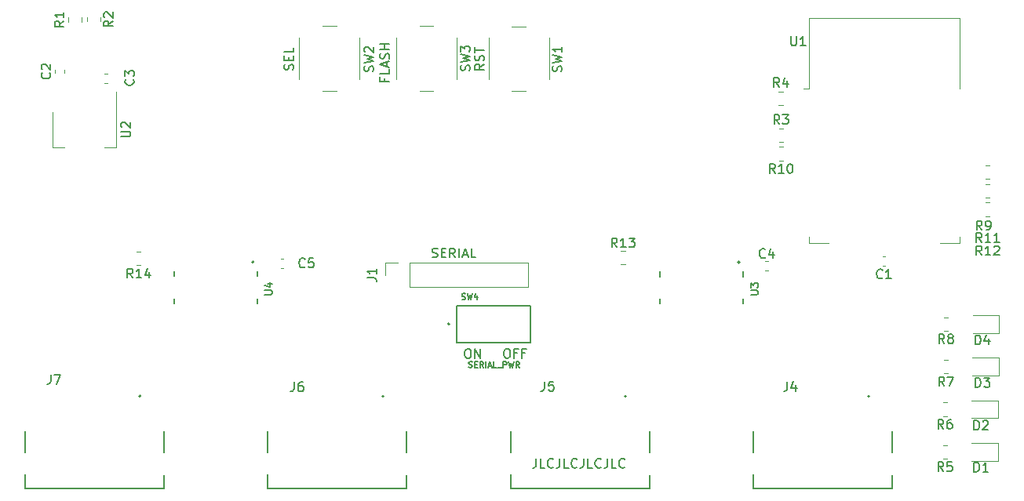
<source format=gbr>
%TF.GenerationSoftware,KiCad,Pcbnew,(6.0.10-0)*%
%TF.CreationDate,2022-12-27T23:39:26-08:00*%
%TF.ProjectId,HDMI-MUX,48444d49-2d4d-4555-982e-6b696361645f,rev?*%
%TF.SameCoordinates,Original*%
%TF.FileFunction,Legend,Top*%
%TF.FilePolarity,Positive*%
%FSLAX46Y46*%
G04 Gerber Fmt 4.6, Leading zero omitted, Abs format (unit mm)*
G04 Created by KiCad (PCBNEW (6.0.10-0)) date 2022-12-27 23:39:26*
%MOMM*%
%LPD*%
G01*
G04 APERTURE LIST*
%ADD10C,0.200000*%
%ADD11C,0.150000*%
%ADD12C,0.127000*%
%ADD13C,0.120000*%
G04 APERTURE END LIST*
D10*
X66430952Y-55702380D02*
X66621428Y-55702380D01*
X66716666Y-55750000D01*
X66811904Y-55845238D01*
X66859523Y-56035714D01*
X66859523Y-56369047D01*
X66811904Y-56559523D01*
X66716666Y-56654761D01*
X66621428Y-56702380D01*
X66430952Y-56702380D01*
X66335714Y-56654761D01*
X66240476Y-56559523D01*
X66192857Y-56369047D01*
X66192857Y-56035714D01*
X66240476Y-55845238D01*
X66335714Y-55750000D01*
X66430952Y-55702380D01*
X67288095Y-56702380D02*
X67288095Y-55702380D01*
X67859523Y-56702380D01*
X67859523Y-55702380D01*
X73866952Y-67524380D02*
X73866952Y-68238666D01*
X73819333Y-68381523D01*
X73724095Y-68476761D01*
X73581238Y-68524380D01*
X73486000Y-68524380D01*
X74819333Y-68524380D02*
X74343142Y-68524380D01*
X74343142Y-67524380D01*
X75724095Y-68429142D02*
X75676476Y-68476761D01*
X75533619Y-68524380D01*
X75438380Y-68524380D01*
X75295523Y-68476761D01*
X75200285Y-68381523D01*
X75152666Y-68286285D01*
X75105047Y-68095809D01*
X75105047Y-67952952D01*
X75152666Y-67762476D01*
X75200285Y-67667238D01*
X75295523Y-67572000D01*
X75438380Y-67524380D01*
X75533619Y-67524380D01*
X75676476Y-67572000D01*
X75724095Y-67619619D01*
X76438380Y-67524380D02*
X76438380Y-68238666D01*
X76390761Y-68381523D01*
X76295523Y-68476761D01*
X76152666Y-68524380D01*
X76057428Y-68524380D01*
X77390761Y-68524380D02*
X76914571Y-68524380D01*
X76914571Y-67524380D01*
X78295523Y-68429142D02*
X78247904Y-68476761D01*
X78105047Y-68524380D01*
X78009809Y-68524380D01*
X77866952Y-68476761D01*
X77771714Y-68381523D01*
X77724095Y-68286285D01*
X77676476Y-68095809D01*
X77676476Y-67952952D01*
X77724095Y-67762476D01*
X77771714Y-67667238D01*
X77866952Y-67572000D01*
X78009809Y-67524380D01*
X78105047Y-67524380D01*
X78247904Y-67572000D01*
X78295523Y-67619619D01*
X79009809Y-67524380D02*
X79009809Y-68238666D01*
X78962190Y-68381523D01*
X78866952Y-68476761D01*
X78724095Y-68524380D01*
X78628857Y-68524380D01*
X79962190Y-68524380D02*
X79486000Y-68524380D01*
X79486000Y-67524380D01*
X80866952Y-68429142D02*
X80819333Y-68476761D01*
X80676476Y-68524380D01*
X80581238Y-68524380D01*
X80438380Y-68476761D01*
X80343142Y-68381523D01*
X80295523Y-68286285D01*
X80247904Y-68095809D01*
X80247904Y-67952952D01*
X80295523Y-67762476D01*
X80343142Y-67667238D01*
X80438380Y-67572000D01*
X80581238Y-67524380D01*
X80676476Y-67524380D01*
X80819333Y-67572000D01*
X80866952Y-67619619D01*
X81581238Y-67524380D02*
X81581238Y-68238666D01*
X81533619Y-68381523D01*
X81438380Y-68476761D01*
X81295523Y-68524380D01*
X81200285Y-68524380D01*
X82533619Y-68524380D02*
X82057428Y-68524380D01*
X82057428Y-67524380D01*
X83438380Y-68429142D02*
X83390761Y-68476761D01*
X83247904Y-68524380D01*
X83152666Y-68524380D01*
X83009809Y-68476761D01*
X82914571Y-68381523D01*
X82866952Y-68286285D01*
X82819333Y-68095809D01*
X82819333Y-67952952D01*
X82866952Y-67762476D01*
X82914571Y-67667238D01*
X83009809Y-67572000D01*
X83152666Y-67524380D01*
X83247904Y-67524380D01*
X83390761Y-67572000D01*
X83438380Y-67619619D01*
X70647619Y-55672380D02*
X70838095Y-55672380D01*
X70933333Y-55720000D01*
X71028571Y-55815238D01*
X71076190Y-56005714D01*
X71076190Y-56339047D01*
X71028571Y-56529523D01*
X70933333Y-56624761D01*
X70838095Y-56672380D01*
X70647619Y-56672380D01*
X70552380Y-56624761D01*
X70457142Y-56529523D01*
X70409523Y-56339047D01*
X70409523Y-56005714D01*
X70457142Y-55815238D01*
X70552380Y-55720000D01*
X70647619Y-55672380D01*
X71838095Y-56148571D02*
X71504761Y-56148571D01*
X71504761Y-56672380D02*
X71504761Y-55672380D01*
X71980952Y-55672380D01*
X72695238Y-56148571D02*
X72361904Y-56148571D01*
X72361904Y-56672380D02*
X72361904Y-55672380D01*
X72838095Y-55672380D01*
D11*
%TO.C,J6*%
X47766916Y-59272380D02*
X47766916Y-59986666D01*
X47719297Y-60129523D01*
X47624059Y-60224761D01*
X47481202Y-60272380D01*
X47385964Y-60272380D01*
X48671678Y-59272380D02*
X48481202Y-59272380D01*
X48385964Y-59320000D01*
X48338345Y-59367619D01*
X48243107Y-59510476D01*
X48195488Y-59700952D01*
X48195488Y-60081904D01*
X48243107Y-60177142D01*
X48290726Y-60224761D01*
X48385964Y-60272380D01*
X48576440Y-60272380D01*
X48671678Y-60224761D01*
X48719297Y-60177142D01*
X48766916Y-60081904D01*
X48766916Y-59843809D01*
X48719297Y-59748571D01*
X48671678Y-59700952D01*
X48576440Y-59653333D01*
X48385964Y-59653333D01*
X48290726Y-59700952D01*
X48243107Y-59748571D01*
X48195488Y-59843809D01*
%TO.C,R12*%
X121957142Y-45562380D02*
X121623809Y-45086190D01*
X121385714Y-45562380D02*
X121385714Y-44562380D01*
X121766666Y-44562380D01*
X121861904Y-44610000D01*
X121909523Y-44657619D01*
X121957142Y-44752857D01*
X121957142Y-44895714D01*
X121909523Y-44990952D01*
X121861904Y-45038571D01*
X121766666Y-45086190D01*
X121385714Y-45086190D01*
X122909523Y-45562380D02*
X122338095Y-45562380D01*
X122623809Y-45562380D02*
X122623809Y-44562380D01*
X122528571Y-44705238D01*
X122433333Y-44800476D01*
X122338095Y-44848095D01*
X123290476Y-44657619D02*
X123338095Y-44610000D01*
X123433333Y-44562380D01*
X123671428Y-44562380D01*
X123766666Y-44610000D01*
X123814285Y-44657619D01*
X123861904Y-44752857D01*
X123861904Y-44848095D01*
X123814285Y-44990952D01*
X123242857Y-45562380D01*
X123861904Y-45562380D01*
%TO.C,J7*%
X21516916Y-58462380D02*
X21516916Y-59176666D01*
X21469297Y-59319523D01*
X21374059Y-59414761D01*
X21231202Y-59462380D01*
X21135964Y-59462380D01*
X21897869Y-58462380D02*
X22564535Y-58462380D01*
X22135964Y-59462380D01*
%TO.C,C2*%
X21383142Y-25870666D02*
X21430761Y-25918285D01*
X21478380Y-26061142D01*
X21478380Y-26156380D01*
X21430761Y-26299238D01*
X21335523Y-26394476D01*
X21240285Y-26442095D01*
X21049809Y-26489714D01*
X20906952Y-26489714D01*
X20716476Y-26442095D01*
X20621238Y-26394476D01*
X20526000Y-26299238D01*
X20478380Y-26156380D01*
X20478380Y-26061142D01*
X20526000Y-25918285D01*
X20573619Y-25870666D01*
X20573619Y-25489714D02*
X20526000Y-25442095D01*
X20478380Y-25346857D01*
X20478380Y-25108761D01*
X20526000Y-25013523D01*
X20573619Y-24965904D01*
X20668857Y-24918285D01*
X20764095Y-24918285D01*
X20906952Y-24965904D01*
X21478380Y-25537333D01*
X21478380Y-24918285D01*
%TO.C,R9*%
X121983333Y-42852380D02*
X121650000Y-42376190D01*
X121411904Y-42852380D02*
X121411904Y-41852380D01*
X121792857Y-41852380D01*
X121888095Y-41900000D01*
X121935714Y-41947619D01*
X121983333Y-42042857D01*
X121983333Y-42185714D01*
X121935714Y-42280952D01*
X121888095Y-42328571D01*
X121792857Y-42376190D01*
X121411904Y-42376190D01*
X122459523Y-42852380D02*
X122650000Y-42852380D01*
X122745238Y-42804761D01*
X122792857Y-42757142D01*
X122888095Y-42614285D01*
X122935714Y-42423809D01*
X122935714Y-42042857D01*
X122888095Y-41947619D01*
X122840476Y-41900000D01*
X122745238Y-41852380D01*
X122554761Y-41852380D01*
X122459523Y-41900000D01*
X122411904Y-41947619D01*
X122364285Y-42042857D01*
X122364285Y-42280952D01*
X122411904Y-42376190D01*
X122459523Y-42423809D01*
X122554761Y-42471428D01*
X122745238Y-42471428D01*
X122840476Y-42423809D01*
X122888095Y-42376190D01*
X122935714Y-42280952D01*
%TO.C,R2*%
X28228380Y-20270666D02*
X27752190Y-20604000D01*
X28228380Y-20842095D02*
X27228380Y-20842095D01*
X27228380Y-20461142D01*
X27276000Y-20365904D01*
X27323619Y-20318285D01*
X27418857Y-20270666D01*
X27561714Y-20270666D01*
X27656952Y-20318285D01*
X27704571Y-20365904D01*
X27752190Y-20461142D01*
X27752190Y-20842095D01*
X27323619Y-19889714D02*
X27276000Y-19842095D01*
X27228380Y-19746857D01*
X27228380Y-19508761D01*
X27276000Y-19413523D01*
X27323619Y-19365904D01*
X27418857Y-19318285D01*
X27514095Y-19318285D01*
X27656952Y-19365904D01*
X28228380Y-19937333D01*
X28228380Y-19318285D01*
%TO.C,C4*%
X98589583Y-45777142D02*
X98541964Y-45824761D01*
X98399107Y-45872380D01*
X98303869Y-45872380D01*
X98161011Y-45824761D01*
X98065773Y-45729523D01*
X98018154Y-45634285D01*
X97970535Y-45443809D01*
X97970535Y-45300952D01*
X98018154Y-45110476D01*
X98065773Y-45015238D01*
X98161011Y-44920000D01*
X98303869Y-44872380D01*
X98399107Y-44872380D01*
X98541964Y-44920000D01*
X98589583Y-44967619D01*
X99446726Y-45205714D02*
X99446726Y-45872380D01*
X99208630Y-44824761D02*
X98970535Y-45539047D01*
X99589583Y-45539047D01*
%TO.C,R11*%
X121957142Y-44162380D02*
X121623809Y-43686190D01*
X121385714Y-44162380D02*
X121385714Y-43162380D01*
X121766666Y-43162380D01*
X121861904Y-43210000D01*
X121909523Y-43257619D01*
X121957142Y-43352857D01*
X121957142Y-43495714D01*
X121909523Y-43590952D01*
X121861904Y-43638571D01*
X121766666Y-43686190D01*
X121385714Y-43686190D01*
X122909523Y-44162380D02*
X122338095Y-44162380D01*
X122623809Y-44162380D02*
X122623809Y-43162380D01*
X122528571Y-43305238D01*
X122433333Y-43400476D01*
X122338095Y-43448095D01*
X123861904Y-44162380D02*
X123290476Y-44162380D01*
X123576190Y-44162380D02*
X123576190Y-43162380D01*
X123480952Y-43305238D01*
X123385714Y-43400476D01*
X123290476Y-43448095D01*
%TO.C,D1*%
X121131904Y-68942380D02*
X121131904Y-67942380D01*
X121370000Y-67942380D01*
X121512857Y-67990000D01*
X121608095Y-68085238D01*
X121655714Y-68180476D01*
X121703333Y-68370952D01*
X121703333Y-68513809D01*
X121655714Y-68704285D01*
X121608095Y-68799523D01*
X121512857Y-68894761D01*
X121370000Y-68942380D01*
X121131904Y-68942380D01*
X122655714Y-68942380D02*
X122084285Y-68942380D01*
X122370000Y-68942380D02*
X122370000Y-67942380D01*
X122274761Y-68085238D01*
X122179523Y-68180476D01*
X122084285Y-68228095D01*
%TO.C,R5*%
X117824583Y-68902380D02*
X117491250Y-68426190D01*
X117253154Y-68902380D02*
X117253154Y-67902380D01*
X117634107Y-67902380D01*
X117729345Y-67950000D01*
X117776964Y-67997619D01*
X117824583Y-68092857D01*
X117824583Y-68235714D01*
X117776964Y-68330952D01*
X117729345Y-68378571D01*
X117634107Y-68426190D01*
X117253154Y-68426190D01*
X118729345Y-67902380D02*
X118253154Y-67902380D01*
X118205535Y-68378571D01*
X118253154Y-68330952D01*
X118348392Y-68283333D01*
X118586488Y-68283333D01*
X118681726Y-68330952D01*
X118729345Y-68378571D01*
X118776964Y-68473809D01*
X118776964Y-68711904D01*
X118729345Y-68807142D01*
X118681726Y-68854761D01*
X118586488Y-68902380D01*
X118348392Y-68902380D01*
X118253154Y-68854761D01*
X118205535Y-68807142D01*
%TO.C,D3*%
X121291904Y-59812380D02*
X121291904Y-58812380D01*
X121530000Y-58812380D01*
X121672857Y-58860000D01*
X121768095Y-58955238D01*
X121815714Y-59050476D01*
X121863333Y-59240952D01*
X121863333Y-59383809D01*
X121815714Y-59574285D01*
X121768095Y-59669523D01*
X121672857Y-59764761D01*
X121530000Y-59812380D01*
X121291904Y-59812380D01*
X122196666Y-58812380D02*
X122815714Y-58812380D01*
X122482380Y-59193333D01*
X122625238Y-59193333D01*
X122720476Y-59240952D01*
X122768095Y-59288571D01*
X122815714Y-59383809D01*
X122815714Y-59621904D01*
X122768095Y-59717142D01*
X122720476Y-59764761D01*
X122625238Y-59812380D01*
X122339523Y-59812380D01*
X122244285Y-59764761D01*
X122196666Y-59717142D01*
%TO.C,R1*%
X22918380Y-20280666D02*
X22442190Y-20614000D01*
X22918380Y-20852095D02*
X21918380Y-20852095D01*
X21918380Y-20471142D01*
X21966000Y-20375904D01*
X22013619Y-20328285D01*
X22108857Y-20280666D01*
X22251714Y-20280666D01*
X22346952Y-20328285D01*
X22394571Y-20375904D01*
X22442190Y-20471142D01*
X22442190Y-20852095D01*
X22918380Y-19328285D02*
X22918380Y-19899714D01*
X22918380Y-19614000D02*
X21918380Y-19614000D01*
X22061238Y-19709238D01*
X22156476Y-19804476D01*
X22204095Y-19899714D01*
%TO.C,C1*%
X111243333Y-47987142D02*
X111195714Y-48034761D01*
X111052857Y-48082380D01*
X110957619Y-48082380D01*
X110814761Y-48034761D01*
X110719523Y-47939523D01*
X110671904Y-47844285D01*
X110624285Y-47653809D01*
X110624285Y-47510952D01*
X110671904Y-47320476D01*
X110719523Y-47225238D01*
X110814761Y-47130000D01*
X110957619Y-47082380D01*
X111052857Y-47082380D01*
X111195714Y-47130000D01*
X111243333Y-47177619D01*
X112195714Y-48082380D02*
X111624285Y-48082380D01*
X111910000Y-48082380D02*
X111910000Y-47082380D01*
X111814761Y-47225238D01*
X111719523Y-47320476D01*
X111624285Y-47368095D01*
%TO.C,R13*%
X82607142Y-44712380D02*
X82273809Y-44236190D01*
X82035714Y-44712380D02*
X82035714Y-43712380D01*
X82416666Y-43712380D01*
X82511904Y-43760000D01*
X82559523Y-43807619D01*
X82607142Y-43902857D01*
X82607142Y-44045714D01*
X82559523Y-44140952D01*
X82511904Y-44188571D01*
X82416666Y-44236190D01*
X82035714Y-44236190D01*
X83559523Y-44712380D02*
X82988095Y-44712380D01*
X83273809Y-44712380D02*
X83273809Y-43712380D01*
X83178571Y-43855238D01*
X83083333Y-43950476D01*
X82988095Y-43998095D01*
X83892857Y-43712380D02*
X84511904Y-43712380D01*
X84178571Y-44093333D01*
X84321428Y-44093333D01*
X84416666Y-44140952D01*
X84464285Y-44188571D01*
X84511904Y-44283809D01*
X84511904Y-44521904D01*
X84464285Y-44617142D01*
X84416666Y-44664761D01*
X84321428Y-44712380D01*
X84035714Y-44712380D01*
X83940476Y-44664761D01*
X83892857Y-44617142D01*
%TO.C,J1*%
X55632380Y-48023333D02*
X56346666Y-48023333D01*
X56489523Y-48070952D01*
X56584761Y-48166190D01*
X56632380Y-48309047D01*
X56632380Y-48404285D01*
X56632380Y-47023333D02*
X56632380Y-47594761D01*
X56632380Y-47309047D02*
X55632380Y-47309047D01*
X55775238Y-47404285D01*
X55870476Y-47499523D01*
X55918095Y-47594761D01*
X62660476Y-45764761D02*
X62803333Y-45812380D01*
X63041428Y-45812380D01*
X63136666Y-45764761D01*
X63184285Y-45717142D01*
X63231904Y-45621904D01*
X63231904Y-45526666D01*
X63184285Y-45431428D01*
X63136666Y-45383809D01*
X63041428Y-45336190D01*
X62850952Y-45288571D01*
X62755714Y-45240952D01*
X62708095Y-45193333D01*
X62660476Y-45098095D01*
X62660476Y-45002857D01*
X62708095Y-44907619D01*
X62755714Y-44860000D01*
X62850952Y-44812380D01*
X63089047Y-44812380D01*
X63231904Y-44860000D01*
X63660476Y-45288571D02*
X63993809Y-45288571D01*
X64136666Y-45812380D02*
X63660476Y-45812380D01*
X63660476Y-44812380D01*
X64136666Y-44812380D01*
X65136666Y-45812380D02*
X64803333Y-45336190D01*
X64565238Y-45812380D02*
X64565238Y-44812380D01*
X64946190Y-44812380D01*
X65041428Y-44860000D01*
X65089047Y-44907619D01*
X65136666Y-45002857D01*
X65136666Y-45145714D01*
X65089047Y-45240952D01*
X65041428Y-45288571D01*
X64946190Y-45336190D01*
X64565238Y-45336190D01*
X65565238Y-45812380D02*
X65565238Y-44812380D01*
X65993809Y-45526666D02*
X66470000Y-45526666D01*
X65898571Y-45812380D02*
X66231904Y-44812380D01*
X66565238Y-45812380D01*
X67374761Y-45812380D02*
X66898571Y-45812380D01*
X66898571Y-44812380D01*
%TO.C,SW1*%
X76604761Y-25717333D02*
X76652380Y-25574476D01*
X76652380Y-25336380D01*
X76604761Y-25241142D01*
X76557142Y-25193523D01*
X76461904Y-25145904D01*
X76366666Y-25145904D01*
X76271428Y-25193523D01*
X76223809Y-25241142D01*
X76176190Y-25336380D01*
X76128571Y-25526857D01*
X76080952Y-25622095D01*
X76033333Y-25669714D01*
X75938095Y-25717333D01*
X75842857Y-25717333D01*
X75747619Y-25669714D01*
X75700000Y-25622095D01*
X75652380Y-25526857D01*
X75652380Y-25288761D01*
X75700000Y-25145904D01*
X75652380Y-24812571D02*
X76652380Y-24574476D01*
X75938095Y-24384000D01*
X76652380Y-24193523D01*
X75652380Y-23955428D01*
X76652380Y-23050666D02*
X76652380Y-23622095D01*
X76652380Y-23336380D02*
X75652380Y-23336380D01*
X75795238Y-23431619D01*
X75890476Y-23526857D01*
X75938095Y-23622095D01*
X68270380Y-24931619D02*
X67794190Y-25264952D01*
X68270380Y-25503047D02*
X67270380Y-25503047D01*
X67270380Y-25122095D01*
X67318000Y-25026857D01*
X67365619Y-24979238D01*
X67460857Y-24931619D01*
X67603714Y-24931619D01*
X67698952Y-24979238D01*
X67746571Y-25026857D01*
X67794190Y-25122095D01*
X67794190Y-25503047D01*
X68222761Y-24550666D02*
X68270380Y-24407809D01*
X68270380Y-24169714D01*
X68222761Y-24074476D01*
X68175142Y-24026857D01*
X68079904Y-23979238D01*
X67984666Y-23979238D01*
X67889428Y-24026857D01*
X67841809Y-24074476D01*
X67794190Y-24169714D01*
X67746571Y-24360190D01*
X67698952Y-24455428D01*
X67651333Y-24503047D01*
X67556095Y-24550666D01*
X67460857Y-24550666D01*
X67365619Y-24503047D01*
X67318000Y-24455428D01*
X67270380Y-24360190D01*
X67270380Y-24122095D01*
X67318000Y-23979238D01*
X67270380Y-23693523D02*
X67270380Y-23122095D01*
X68270380Y-23407809D02*
X67270380Y-23407809D01*
%TO.C,J4*%
X100986166Y-59224880D02*
X100986166Y-59939166D01*
X100938547Y-60082023D01*
X100843309Y-60177261D01*
X100700452Y-60224880D01*
X100605214Y-60224880D01*
X101890928Y-59558214D02*
X101890928Y-60224880D01*
X101652833Y-59177261D02*
X101414738Y-59891547D01*
X102033785Y-59891547D01*
%TO.C,D4*%
X121271904Y-55212380D02*
X121271904Y-54212380D01*
X121510000Y-54212380D01*
X121652857Y-54260000D01*
X121748095Y-54355238D01*
X121795714Y-54450476D01*
X121843333Y-54640952D01*
X121843333Y-54783809D01*
X121795714Y-54974285D01*
X121748095Y-55069523D01*
X121652857Y-55164761D01*
X121510000Y-55212380D01*
X121271904Y-55212380D01*
X122700476Y-54545714D02*
X122700476Y-55212380D01*
X122462380Y-54164761D02*
X122224285Y-54879047D01*
X122843333Y-54879047D01*
%TO.C,U4*%
X44594404Y-49807023D02*
X45242023Y-49807023D01*
X45318214Y-49768928D01*
X45356309Y-49730833D01*
X45394404Y-49654642D01*
X45394404Y-49502261D01*
X45356309Y-49426071D01*
X45318214Y-49387976D01*
X45242023Y-49349880D01*
X44594404Y-49349880D01*
X44861071Y-48626071D02*
X45394404Y-48626071D01*
X44556309Y-48816547D02*
X45127738Y-49007023D01*
X45127738Y-48511785D01*
%TO.C,J5*%
X74786166Y-59224880D02*
X74786166Y-59939166D01*
X74738547Y-60082023D01*
X74643309Y-60177261D01*
X74500452Y-60224880D01*
X74405214Y-60224880D01*
X75738547Y-59224880D02*
X75262357Y-59224880D01*
X75214738Y-59701071D01*
X75262357Y-59653452D01*
X75357595Y-59605833D01*
X75595690Y-59605833D01*
X75690928Y-59653452D01*
X75738547Y-59701071D01*
X75786166Y-59796309D01*
X75786166Y-60034404D01*
X75738547Y-60129642D01*
X75690928Y-60177261D01*
X75595690Y-60224880D01*
X75357595Y-60224880D01*
X75262357Y-60177261D01*
X75214738Y-60129642D01*
%TO.C,SW2*%
X56284761Y-25717333D02*
X56332380Y-25574476D01*
X56332380Y-25336380D01*
X56284761Y-25241142D01*
X56237142Y-25193523D01*
X56141904Y-25145904D01*
X56046666Y-25145904D01*
X55951428Y-25193523D01*
X55903809Y-25241142D01*
X55856190Y-25336380D01*
X55808571Y-25526857D01*
X55760952Y-25622095D01*
X55713333Y-25669714D01*
X55618095Y-25717333D01*
X55522857Y-25717333D01*
X55427619Y-25669714D01*
X55380000Y-25622095D01*
X55332380Y-25526857D01*
X55332380Y-25288761D01*
X55380000Y-25145904D01*
X55332380Y-24812571D02*
X56332380Y-24574476D01*
X55618095Y-24384000D01*
X56332380Y-24193523D01*
X55332380Y-23955428D01*
X55427619Y-23622095D02*
X55380000Y-23574476D01*
X55332380Y-23479238D01*
X55332380Y-23241142D01*
X55380000Y-23145904D01*
X55427619Y-23098285D01*
X55522857Y-23050666D01*
X55618095Y-23050666D01*
X55760952Y-23098285D01*
X56332380Y-23669714D01*
X56332380Y-23050666D01*
X47648761Y-25526857D02*
X47696380Y-25384000D01*
X47696380Y-25145904D01*
X47648761Y-25050666D01*
X47601142Y-25003047D01*
X47505904Y-24955428D01*
X47410666Y-24955428D01*
X47315428Y-25003047D01*
X47267809Y-25050666D01*
X47220190Y-25145904D01*
X47172571Y-25336380D01*
X47124952Y-25431619D01*
X47077333Y-25479238D01*
X46982095Y-25526857D01*
X46886857Y-25526857D01*
X46791619Y-25479238D01*
X46744000Y-25431619D01*
X46696380Y-25336380D01*
X46696380Y-25098285D01*
X46744000Y-24955428D01*
X47172571Y-24526857D02*
X47172571Y-24193523D01*
X47696380Y-24050666D02*
X47696380Y-24526857D01*
X46696380Y-24526857D01*
X46696380Y-24050666D01*
X47696380Y-23145904D02*
X47696380Y-23622095D01*
X46696380Y-23622095D01*
%TO.C,R8*%
X117924583Y-55102380D02*
X117591250Y-54626190D01*
X117353154Y-55102380D02*
X117353154Y-54102380D01*
X117734107Y-54102380D01*
X117829345Y-54150000D01*
X117876964Y-54197619D01*
X117924583Y-54292857D01*
X117924583Y-54435714D01*
X117876964Y-54530952D01*
X117829345Y-54578571D01*
X117734107Y-54626190D01*
X117353154Y-54626190D01*
X118496011Y-54530952D02*
X118400773Y-54483333D01*
X118353154Y-54435714D01*
X118305535Y-54340476D01*
X118305535Y-54292857D01*
X118353154Y-54197619D01*
X118400773Y-54150000D01*
X118496011Y-54102380D01*
X118686488Y-54102380D01*
X118781726Y-54150000D01*
X118829345Y-54197619D01*
X118876964Y-54292857D01*
X118876964Y-54340476D01*
X118829345Y-54435714D01*
X118781726Y-54483333D01*
X118686488Y-54530952D01*
X118496011Y-54530952D01*
X118400773Y-54578571D01*
X118353154Y-54626190D01*
X118305535Y-54721428D01*
X118305535Y-54911904D01*
X118353154Y-55007142D01*
X118400773Y-55054761D01*
X118496011Y-55102380D01*
X118686488Y-55102380D01*
X118781726Y-55054761D01*
X118829345Y-55007142D01*
X118876964Y-54911904D01*
X118876964Y-54721428D01*
X118829345Y-54626190D01*
X118781726Y-54578571D01*
X118686488Y-54530952D01*
%TO.C,R14*%
X30347142Y-48022380D02*
X30013809Y-47546190D01*
X29775714Y-48022380D02*
X29775714Y-47022380D01*
X30156666Y-47022380D01*
X30251904Y-47070000D01*
X30299523Y-47117619D01*
X30347142Y-47212857D01*
X30347142Y-47355714D01*
X30299523Y-47450952D01*
X30251904Y-47498571D01*
X30156666Y-47546190D01*
X29775714Y-47546190D01*
X31299523Y-48022380D02*
X30728095Y-48022380D01*
X31013809Y-48022380D02*
X31013809Y-47022380D01*
X30918571Y-47165238D01*
X30823333Y-47260476D01*
X30728095Y-47308095D01*
X32156666Y-47355714D02*
X32156666Y-48022380D01*
X31918571Y-46974761D02*
X31680476Y-47689047D01*
X32299523Y-47689047D01*
%TO.C,D2*%
X121131904Y-64422380D02*
X121131904Y-63422380D01*
X121370000Y-63422380D01*
X121512857Y-63470000D01*
X121608095Y-63565238D01*
X121655714Y-63660476D01*
X121703333Y-63850952D01*
X121703333Y-63993809D01*
X121655714Y-64184285D01*
X121608095Y-64279523D01*
X121512857Y-64374761D01*
X121370000Y-64422380D01*
X121131904Y-64422380D01*
X122084285Y-63517619D02*
X122131904Y-63470000D01*
X122227142Y-63422380D01*
X122465238Y-63422380D01*
X122560476Y-63470000D01*
X122608095Y-63517619D01*
X122655714Y-63612857D01*
X122655714Y-63708095D01*
X122608095Y-63850952D01*
X122036666Y-64422380D01*
X122655714Y-64422380D01*
%TO.C,R7*%
X117924583Y-59702380D02*
X117591250Y-59226190D01*
X117353154Y-59702380D02*
X117353154Y-58702380D01*
X117734107Y-58702380D01*
X117829345Y-58750000D01*
X117876964Y-58797619D01*
X117924583Y-58892857D01*
X117924583Y-59035714D01*
X117876964Y-59130952D01*
X117829345Y-59178571D01*
X117734107Y-59226190D01*
X117353154Y-59226190D01*
X118257916Y-58702380D02*
X118924583Y-58702380D01*
X118496011Y-59702380D01*
%TO.C,R3*%
X100129583Y-31412380D02*
X99796250Y-30936190D01*
X99558154Y-31412380D02*
X99558154Y-30412380D01*
X99939107Y-30412380D01*
X100034345Y-30460000D01*
X100081964Y-30507619D01*
X100129583Y-30602857D01*
X100129583Y-30745714D01*
X100081964Y-30840952D01*
X100034345Y-30888571D01*
X99939107Y-30936190D01*
X99558154Y-30936190D01*
X100462916Y-30412380D02*
X101081964Y-30412380D01*
X100748630Y-30793333D01*
X100891488Y-30793333D01*
X100986726Y-30840952D01*
X101034345Y-30888571D01*
X101081964Y-30983809D01*
X101081964Y-31221904D01*
X101034345Y-31317142D01*
X100986726Y-31364761D01*
X100891488Y-31412380D01*
X100605773Y-31412380D01*
X100510535Y-31364761D01*
X100462916Y-31317142D01*
%TO.C,C3*%
X30399142Y-26582666D02*
X30446761Y-26630285D01*
X30494380Y-26773142D01*
X30494380Y-26868380D01*
X30446761Y-27011238D01*
X30351523Y-27106476D01*
X30256285Y-27154095D01*
X30065809Y-27201714D01*
X29922952Y-27201714D01*
X29732476Y-27154095D01*
X29637238Y-27106476D01*
X29542000Y-27011238D01*
X29494380Y-26868380D01*
X29494380Y-26773142D01*
X29542000Y-26630285D01*
X29589619Y-26582666D01*
X29494380Y-26249333D02*
X29494380Y-25630285D01*
X29875333Y-25963619D01*
X29875333Y-25820761D01*
X29922952Y-25725523D01*
X29970571Y-25677904D01*
X30065809Y-25630285D01*
X30303904Y-25630285D01*
X30399142Y-25677904D01*
X30446761Y-25725523D01*
X30494380Y-25820761D01*
X30494380Y-26106476D01*
X30446761Y-26201714D01*
X30399142Y-26249333D01*
%TO.C,U3*%
X97013654Y-49809523D02*
X97661273Y-49809523D01*
X97737464Y-49771428D01*
X97775559Y-49733333D01*
X97813654Y-49657142D01*
X97813654Y-49504761D01*
X97775559Y-49428571D01*
X97737464Y-49390476D01*
X97661273Y-49352380D01*
X97013654Y-49352380D01*
X97013654Y-49047619D02*
X97013654Y-48552380D01*
X97318416Y-48819047D01*
X97318416Y-48704761D01*
X97356511Y-48628571D01*
X97394607Y-48590476D01*
X97470797Y-48552380D01*
X97661273Y-48552380D01*
X97737464Y-48590476D01*
X97775559Y-48628571D01*
X97813654Y-48704761D01*
X97813654Y-48933333D01*
X97775559Y-49009523D01*
X97737464Y-49047619D01*
%TO.C,R10*%
X99653392Y-36712380D02*
X99320059Y-36236190D01*
X99081964Y-36712380D02*
X99081964Y-35712380D01*
X99462916Y-35712380D01*
X99558154Y-35760000D01*
X99605773Y-35807619D01*
X99653392Y-35902857D01*
X99653392Y-36045714D01*
X99605773Y-36140952D01*
X99558154Y-36188571D01*
X99462916Y-36236190D01*
X99081964Y-36236190D01*
X100605773Y-36712380D02*
X100034345Y-36712380D01*
X100320059Y-36712380D02*
X100320059Y-35712380D01*
X100224821Y-35855238D01*
X100129583Y-35950476D01*
X100034345Y-35998095D01*
X101224821Y-35712380D02*
X101320059Y-35712380D01*
X101415297Y-35760000D01*
X101462916Y-35807619D01*
X101510535Y-35902857D01*
X101558154Y-36093333D01*
X101558154Y-36331428D01*
X101510535Y-36521904D01*
X101462916Y-36617142D01*
X101415297Y-36664761D01*
X101320059Y-36712380D01*
X101224821Y-36712380D01*
X101129583Y-36664761D01*
X101081964Y-36617142D01*
X101034345Y-36521904D01*
X100986726Y-36331428D01*
X100986726Y-36093333D01*
X101034345Y-35902857D01*
X101081964Y-35807619D01*
X101129583Y-35760000D01*
X101224821Y-35712380D01*
%TO.C,R4*%
X100109583Y-27412380D02*
X99776250Y-26936190D01*
X99538154Y-27412380D02*
X99538154Y-26412380D01*
X99919107Y-26412380D01*
X100014345Y-26460000D01*
X100061964Y-26507619D01*
X100109583Y-26602857D01*
X100109583Y-26745714D01*
X100061964Y-26840952D01*
X100014345Y-26888571D01*
X99919107Y-26936190D01*
X99538154Y-26936190D01*
X100966726Y-26745714D02*
X100966726Y-27412380D01*
X100728630Y-26364761D02*
X100490535Y-27079047D01*
X101109583Y-27079047D01*
%TO.C,U1*%
X101388095Y-21942380D02*
X101388095Y-22751904D01*
X101435714Y-22847142D01*
X101483333Y-22894761D01*
X101578571Y-22942380D01*
X101769047Y-22942380D01*
X101864285Y-22894761D01*
X101911904Y-22847142D01*
X101959523Y-22751904D01*
X101959523Y-21942380D01*
X102959523Y-22942380D02*
X102388095Y-22942380D01*
X102673809Y-22942380D02*
X102673809Y-21942380D01*
X102578571Y-22085238D01*
X102483333Y-22180476D01*
X102388095Y-22228095D01*
%TO.C,C5*%
X48923333Y-46807142D02*
X48875714Y-46854761D01*
X48732857Y-46902380D01*
X48637619Y-46902380D01*
X48494761Y-46854761D01*
X48399523Y-46759523D01*
X48351904Y-46664285D01*
X48304285Y-46473809D01*
X48304285Y-46330952D01*
X48351904Y-46140476D01*
X48399523Y-46045238D01*
X48494761Y-45950000D01*
X48637619Y-45902380D01*
X48732857Y-45902380D01*
X48875714Y-45950000D01*
X48923333Y-45997619D01*
X49828095Y-45902380D02*
X49351904Y-45902380D01*
X49304285Y-46378571D01*
X49351904Y-46330952D01*
X49447142Y-46283333D01*
X49685238Y-46283333D01*
X49780476Y-46330952D01*
X49828095Y-46378571D01*
X49875714Y-46473809D01*
X49875714Y-46711904D01*
X49828095Y-46807142D01*
X49780476Y-46854761D01*
X49685238Y-46902380D01*
X49447142Y-46902380D01*
X49351904Y-46854761D01*
X49304285Y-46807142D01*
%TO.C,SW4*%
X65878166Y-50312647D02*
X65969595Y-50343123D01*
X66121976Y-50343123D01*
X66182928Y-50312647D01*
X66213404Y-50282171D01*
X66243880Y-50221219D01*
X66243880Y-50160266D01*
X66213404Y-50099314D01*
X66182928Y-50068838D01*
X66121976Y-50038361D01*
X66000071Y-50007885D01*
X65939119Y-49977409D01*
X65908642Y-49946933D01*
X65878166Y-49885980D01*
X65878166Y-49825028D01*
X65908642Y-49764076D01*
X65939119Y-49733600D01*
X66000071Y-49703123D01*
X66152452Y-49703123D01*
X66243880Y-49733600D01*
X66457214Y-49703123D02*
X66609595Y-50343123D01*
X66731500Y-49885980D01*
X66853404Y-50343123D01*
X67005785Y-49703123D01*
X67523880Y-49916457D02*
X67523880Y-50343123D01*
X67371500Y-49672647D02*
X67219119Y-50129790D01*
X67615309Y-50129790D01*
X66614380Y-57663047D02*
X66705809Y-57693523D01*
X66858190Y-57693523D01*
X66919142Y-57663047D01*
X66949619Y-57632571D01*
X66980095Y-57571619D01*
X66980095Y-57510666D01*
X66949619Y-57449714D01*
X66919142Y-57419238D01*
X66858190Y-57388761D01*
X66736285Y-57358285D01*
X66675333Y-57327809D01*
X66644857Y-57297333D01*
X66614380Y-57236380D01*
X66614380Y-57175428D01*
X66644857Y-57114476D01*
X66675333Y-57084000D01*
X66736285Y-57053523D01*
X66888666Y-57053523D01*
X66980095Y-57084000D01*
X67254380Y-57358285D02*
X67467714Y-57358285D01*
X67559142Y-57693523D02*
X67254380Y-57693523D01*
X67254380Y-57053523D01*
X67559142Y-57053523D01*
X68199142Y-57693523D02*
X67985809Y-57388761D01*
X67833428Y-57693523D02*
X67833428Y-57053523D01*
X68077238Y-57053523D01*
X68138190Y-57084000D01*
X68168666Y-57114476D01*
X68199142Y-57175428D01*
X68199142Y-57266857D01*
X68168666Y-57327809D01*
X68138190Y-57358285D01*
X68077238Y-57388761D01*
X67833428Y-57388761D01*
X68473428Y-57693523D02*
X68473428Y-57053523D01*
X68747714Y-57510666D02*
X69052476Y-57510666D01*
X68686761Y-57693523D02*
X68900095Y-57053523D01*
X69113428Y-57693523D01*
X69631523Y-57693523D02*
X69326761Y-57693523D01*
X69326761Y-57053523D01*
X69692476Y-57754476D02*
X70180095Y-57754476D01*
X70332476Y-57693523D02*
X70332476Y-57053523D01*
X70576285Y-57053523D01*
X70637238Y-57084000D01*
X70667714Y-57114476D01*
X70698190Y-57175428D01*
X70698190Y-57266857D01*
X70667714Y-57327809D01*
X70637238Y-57358285D01*
X70576285Y-57388761D01*
X70332476Y-57388761D01*
X70911523Y-57053523D02*
X71063904Y-57693523D01*
X71185809Y-57236380D01*
X71307714Y-57693523D01*
X71460095Y-57053523D01*
X72069619Y-57693523D02*
X71856285Y-57388761D01*
X71703904Y-57693523D02*
X71703904Y-57053523D01*
X71947714Y-57053523D01*
X72008666Y-57084000D01*
X72039142Y-57114476D01*
X72069619Y-57175428D01*
X72069619Y-57266857D01*
X72039142Y-57327809D01*
X72008666Y-57358285D01*
X71947714Y-57388761D01*
X71703904Y-57388761D01*
%TO.C,R6*%
X117824583Y-64302380D02*
X117491250Y-63826190D01*
X117253154Y-64302380D02*
X117253154Y-63302380D01*
X117634107Y-63302380D01*
X117729345Y-63350000D01*
X117776964Y-63397619D01*
X117824583Y-63492857D01*
X117824583Y-63635714D01*
X117776964Y-63730952D01*
X117729345Y-63778571D01*
X117634107Y-63826190D01*
X117253154Y-63826190D01*
X118681726Y-63302380D02*
X118491250Y-63302380D01*
X118396011Y-63350000D01*
X118348392Y-63397619D01*
X118253154Y-63540476D01*
X118205535Y-63730952D01*
X118205535Y-64111904D01*
X118253154Y-64207142D01*
X118300773Y-64254761D01*
X118396011Y-64302380D01*
X118586488Y-64302380D01*
X118681726Y-64254761D01*
X118729345Y-64207142D01*
X118776964Y-64111904D01*
X118776964Y-63873809D01*
X118729345Y-63778571D01*
X118681726Y-63730952D01*
X118586488Y-63683333D01*
X118396011Y-63683333D01*
X118300773Y-63730952D01*
X118253154Y-63778571D01*
X118205535Y-63873809D01*
%TO.C,U2*%
X29098380Y-32765904D02*
X29907904Y-32765904D01*
X30003142Y-32718285D01*
X30050761Y-32670666D01*
X30098380Y-32575428D01*
X30098380Y-32384952D01*
X30050761Y-32289714D01*
X30003142Y-32242095D01*
X29907904Y-32194476D01*
X29098380Y-32194476D01*
X29193619Y-31765904D02*
X29146000Y-31718285D01*
X29098380Y-31623047D01*
X29098380Y-31384952D01*
X29146000Y-31289714D01*
X29193619Y-31242095D01*
X29288857Y-31194476D01*
X29384095Y-31194476D01*
X29526952Y-31242095D01*
X30098380Y-31813523D01*
X30098380Y-31194476D01*
%TO.C,SW3*%
X66688511Y-25633333D02*
X66736130Y-25490476D01*
X66736130Y-25252380D01*
X66688511Y-25157142D01*
X66640892Y-25109523D01*
X66545654Y-25061904D01*
X66450416Y-25061904D01*
X66355178Y-25109523D01*
X66307559Y-25157142D01*
X66259940Y-25252380D01*
X66212321Y-25442857D01*
X66164702Y-25538095D01*
X66117083Y-25585714D01*
X66021845Y-25633333D01*
X65926607Y-25633333D01*
X65831369Y-25585714D01*
X65783750Y-25538095D01*
X65736130Y-25442857D01*
X65736130Y-25204761D01*
X65783750Y-25061904D01*
X65736130Y-24728571D02*
X66736130Y-24490476D01*
X66021845Y-24300000D01*
X66736130Y-24109523D01*
X65736130Y-23871428D01*
X65736130Y-23585714D02*
X65736130Y-22966666D01*
X66117083Y-23300000D01*
X66117083Y-23157142D01*
X66164702Y-23061904D01*
X66212321Y-23014285D01*
X66307559Y-22966666D01*
X66545654Y-22966666D01*
X66640892Y-23014285D01*
X66688511Y-23061904D01*
X66736130Y-23157142D01*
X66736130Y-23442857D01*
X66688511Y-23538095D01*
X66640892Y-23585714D01*
X57512321Y-26490476D02*
X57512321Y-26823809D01*
X58036130Y-26823809D02*
X57036130Y-26823809D01*
X57036130Y-26347619D01*
X58036130Y-25490476D02*
X58036130Y-25966666D01*
X57036130Y-25966666D01*
X57750416Y-25204761D02*
X57750416Y-24728571D01*
X58036130Y-25300000D02*
X57036130Y-24966666D01*
X58036130Y-24633333D01*
X57988511Y-24347619D02*
X58036130Y-24204761D01*
X58036130Y-23966666D01*
X57988511Y-23871428D01*
X57940892Y-23823809D01*
X57845654Y-23776190D01*
X57750416Y-23776190D01*
X57655178Y-23823809D01*
X57607559Y-23871428D01*
X57559940Y-23966666D01*
X57512321Y-24157142D01*
X57464702Y-24252380D01*
X57417083Y-24300000D01*
X57321845Y-24347619D01*
X57226607Y-24347619D01*
X57131369Y-24300000D01*
X57083750Y-24252380D01*
X57036130Y-24157142D01*
X57036130Y-23919047D01*
X57083750Y-23776190D01*
X58036130Y-23347619D02*
X57036130Y-23347619D01*
X57512321Y-23347619D02*
X57512321Y-22776190D01*
X58036130Y-22776190D02*
X57036130Y-22776190D01*
D12*
%TO.C,J6*%
X44925250Y-70755000D02*
X59925250Y-70755000D01*
X59925250Y-64575000D02*
X59925250Y-66835000D01*
X44925250Y-64575000D02*
X44925250Y-66835000D01*
X59925250Y-70755000D02*
X59925250Y-69355000D01*
X44925250Y-69255000D02*
X44925250Y-70755000D01*
D10*
X57425250Y-60805000D02*
G75*
G03*
X57425250Y-60805000I-100000J0D01*
G01*
D13*
%TO.C,R12*%
X122369186Y-41365000D02*
X122823314Y-41365000D01*
X122369186Y-39895000D02*
X122823314Y-39895000D01*
D12*
%TO.C,J7*%
X18725250Y-64575000D02*
X18725250Y-66835000D01*
X18725250Y-69255000D02*
X18725250Y-70755000D01*
X33725250Y-70755000D02*
X33725250Y-69355000D01*
X18725250Y-70755000D02*
X33725250Y-70755000D01*
X33725250Y-64575000D02*
X33725250Y-66835000D01*
D10*
X31225250Y-60805000D02*
G75*
G03*
X31225250Y-60805000I-100000J0D01*
G01*
D13*
%TO.C,C2*%
X22966000Y-25850267D02*
X22966000Y-25557733D01*
X21946000Y-25850267D02*
X21946000Y-25557733D01*
%TO.C,R9*%
X122823314Y-37345000D02*
X122369186Y-37345000D01*
X122823314Y-35875000D02*
X122369186Y-35875000D01*
%TO.C,R2*%
X26861000Y-19876936D02*
X26861000Y-20331064D01*
X25391000Y-19876936D02*
X25391000Y-20331064D01*
%TO.C,C4*%
X98906267Y-46170000D02*
X98613733Y-46170000D01*
X98906267Y-47190000D02*
X98613733Y-47190000D01*
%TO.C,R11*%
X122823314Y-37875000D02*
X122369186Y-37875000D01*
X122823314Y-39345000D02*
X122369186Y-39345000D01*
%TO.C,D1*%
X123731250Y-65840000D02*
X120871250Y-65840000D01*
X123731250Y-67760000D02*
X123731250Y-65840000D01*
X120871250Y-67760000D02*
X123731250Y-67760000D01*
%TO.C,R5*%
X118218314Y-66065000D02*
X117764186Y-66065000D01*
X118218314Y-67535000D02*
X117764186Y-67535000D01*
%TO.C,D3*%
X123831250Y-56640000D02*
X120971250Y-56640000D01*
X123831250Y-58560000D02*
X123831250Y-56640000D01*
X120971250Y-58560000D02*
X123831250Y-58560000D01*
%TO.C,R1*%
X23401000Y-19886936D02*
X23401000Y-20341064D01*
X24871000Y-19886936D02*
X24871000Y-20341064D01*
%TO.C,C1*%
X111556267Y-45690000D02*
X111263733Y-45690000D01*
X111556267Y-46710000D02*
X111263733Y-46710000D01*
%TO.C,R13*%
X83487064Y-45075000D02*
X83032936Y-45075000D01*
X83487064Y-46545000D02*
X83032936Y-46545000D01*
%TO.C,J1*%
X60220000Y-49020000D02*
X60220000Y-46360000D01*
X60220000Y-46360000D02*
X72980000Y-46360000D01*
X57620000Y-47690000D02*
X57620000Y-46360000D01*
X72980000Y-49020000D02*
X72980000Y-46360000D01*
X60220000Y-49020000D02*
X72980000Y-49020000D01*
X57620000Y-46360000D02*
X58950000Y-46360000D01*
%TO.C,SW1*%
X75253750Y-26600000D02*
X75253750Y-22100000D01*
X72753750Y-20850000D02*
X71253750Y-20850000D01*
X68753750Y-22100000D02*
X68753750Y-26600000D01*
X71253750Y-27850000D02*
X72753750Y-27850000D01*
D12*
%TO.C,J4*%
X112334500Y-64577500D02*
X112334500Y-66837500D01*
X112334500Y-70757500D02*
X112334500Y-69357500D01*
X97334500Y-64577500D02*
X97334500Y-66837500D01*
X97334500Y-70757500D02*
X112334500Y-70757500D01*
X97334500Y-69257500D02*
X97334500Y-70757500D01*
D10*
X109834500Y-60807500D02*
G75*
G03*
X109834500Y-60807500I-100000J0D01*
G01*
D13*
%TO.C,D4*%
X123841250Y-52040000D02*
X120981250Y-52040000D01*
X123841250Y-53960000D02*
X123841250Y-52040000D01*
X120981250Y-53960000D02*
X123841250Y-53960000D01*
D12*
%TO.C,U4*%
X34824500Y-47307500D02*
X34824500Y-47852500D01*
X43824500Y-47307500D02*
X43824500Y-47852500D01*
X34824500Y-50807500D02*
X34824500Y-50262500D01*
X43824500Y-50807500D02*
X43824500Y-50262500D01*
D10*
X43424500Y-46312500D02*
G75*
G03*
X43424500Y-46312500I-100000J0D01*
G01*
D12*
%TO.C,J5*%
X71134500Y-64577500D02*
X71134500Y-66837500D01*
X86134500Y-64577500D02*
X86134500Y-66837500D01*
X71134500Y-70757500D02*
X86134500Y-70757500D01*
X86134500Y-70757500D02*
X86134500Y-69357500D01*
X71134500Y-69257500D02*
X71134500Y-70757500D01*
D10*
X83634500Y-60807500D02*
G75*
G03*
X83634500Y-60807500I-100000J0D01*
G01*
D13*
%TO.C,SW2*%
X54823750Y-26550000D02*
X54823750Y-22050000D01*
X48323750Y-22050000D02*
X48323750Y-26550000D01*
X52323750Y-20800000D02*
X50823750Y-20800000D01*
X50823750Y-27800000D02*
X52323750Y-27800000D01*
%TO.C,R8*%
X118318314Y-53735000D02*
X117864186Y-53735000D01*
X118318314Y-52265000D02*
X117864186Y-52265000D01*
%TO.C,R14*%
X31217064Y-46655000D02*
X30762936Y-46655000D01*
X31217064Y-45185000D02*
X30762936Y-45185000D01*
%TO.C,D2*%
X123728750Y-63160000D02*
X123728750Y-61240000D01*
X123728750Y-61240000D02*
X120868750Y-61240000D01*
X120868750Y-63160000D02*
X123728750Y-63160000D01*
%TO.C,R7*%
X118318314Y-56865000D02*
X117864186Y-56865000D01*
X118318314Y-58335000D02*
X117864186Y-58335000D01*
%TO.C,R3*%
X100069186Y-33345000D02*
X100523314Y-33345000D01*
X100069186Y-31875000D02*
X100523314Y-31875000D01*
%TO.C,C3*%
X27309733Y-26004000D02*
X27602267Y-26004000D01*
X27309733Y-27024000D02*
X27602267Y-27024000D01*
D12*
%TO.C,U3*%
X87243750Y-50810000D02*
X87243750Y-50265000D01*
X96243750Y-50810000D02*
X96243750Y-50265000D01*
X87243750Y-47310000D02*
X87243750Y-47855000D01*
X96243750Y-47310000D02*
X96243750Y-47855000D01*
D10*
X95843750Y-46315000D02*
G75*
G03*
X95843750Y-46315000I-100000J0D01*
G01*
D13*
%TO.C,R10*%
X100523314Y-33875000D02*
X100069186Y-33875000D01*
X100523314Y-35345000D02*
X100069186Y-35345000D01*
%TO.C,R4*%
X100049186Y-29345000D02*
X100503314Y-29345000D01*
X100049186Y-27875000D02*
X100503314Y-27875000D01*
%TO.C,U1*%
X119566250Y-43610000D02*
X119566250Y-44230000D01*
X119566250Y-44230000D02*
X117446250Y-44230000D01*
X103326250Y-19990000D02*
X119566250Y-19990000D01*
X105446250Y-44230000D02*
X103326250Y-44230000D01*
X119566250Y-19990000D02*
X119566250Y-27610000D01*
X103326250Y-27610000D02*
X103326250Y-19990000D01*
X103326250Y-27610000D02*
X102716250Y-27610000D01*
X103326250Y-44230000D02*
X103326250Y-43610000D01*
%TO.C,C5*%
X46616267Y-45930000D02*
X46323733Y-45930000D01*
X46616267Y-46950000D02*
X46323733Y-46950000D01*
D12*
%TO.C,SW4*%
X65271500Y-51000000D02*
X65271500Y-55000000D01*
X73271500Y-55000000D02*
X73271500Y-51000000D01*
X65271500Y-55000000D02*
X73271500Y-55000000D01*
X73271500Y-51000000D02*
X65271500Y-51000000D01*
D10*
X64545500Y-53000000D02*
G75*
G03*
X64545500Y-53000000I-100000J0D01*
G01*
D13*
%TO.C,R6*%
X118218314Y-61465000D02*
X117764186Y-61465000D01*
X118218314Y-62935000D02*
X117764186Y-62935000D01*
%TO.C,U2*%
X21736000Y-30154000D02*
X21736000Y-33914000D01*
X28556000Y-33914000D02*
X27296000Y-33914000D01*
X21736000Y-33914000D02*
X22996000Y-33914000D01*
X28556000Y-27904000D02*
X28556000Y-33914000D01*
%TO.C,SW3*%
X58783750Y-22050000D02*
X58783750Y-26550000D01*
X62783750Y-20800000D02*
X61283750Y-20800000D01*
X61283750Y-27800000D02*
X62783750Y-27800000D01*
X65283750Y-26550000D02*
X65283750Y-22050000D01*
%TD*%
M02*

</source>
